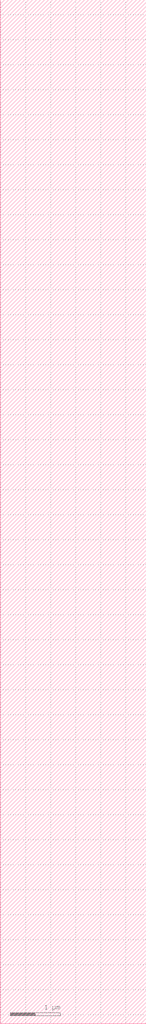
<source format=lef>
VERSION 5.7 ;
  NOWIREEXTENSIONATPIN ON ;
  DIVIDERCHAR "/" ;
  BUSBITCHARS "[]" ;
MACRO 5tc_flat
  CLASS BLOCK ;
  FOREIGN 5tc_flat ;
  ORIGIN -0.490 -0.820 ;
  SIZE 2.920 BY 20.480 ;
END 5tc_flat
END LIBRARY


</source>
